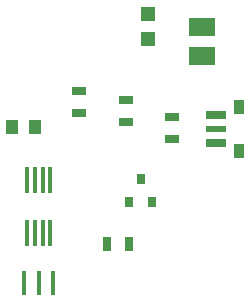
<source format=gtp>
G04 #@! TF.FileFunction,Paste,Top*
%FSLAX46Y46*%
G04 Gerber Fmt 4.6, Leading zero omitted, Abs format (unit mm)*
G04 Created by KiCad (PCBNEW 4.0.7) date 08/05/18 15:32:24*
%MOMM*%
%LPD*%
G01*
G04 APERTURE LIST*
%ADD10C,0.100000*%
%ADD11R,1.300000X0.700000*%
%ADD12R,0.400000X2.100000*%
%ADD13R,1.000000X1.250000*%
%ADD14R,1.198880X1.198880*%
%ADD15R,0.800000X0.900000*%
%ADD16R,0.700000X1.300000*%
%ADD17R,1.800000X0.650000*%
%ADD18R,1.800000X0.500000*%
%ADD19R,1.800000X0.660000*%
%ADD20R,0.900000X1.300000*%
%ADD21R,0.300000X2.200000*%
%ADD22R,2.209800X1.549400*%
G04 APERTURE END LIST*
D10*
D11*
X163449000Y-115250000D03*
X163449000Y-113350000D03*
D12*
X154883000Y-128905000D03*
X156083000Y-128905000D03*
X157283000Y-128905000D03*
D13*
X155813000Y-115697000D03*
X153813000Y-115697000D03*
D14*
X165354000Y-108173520D03*
X165354000Y-106075480D03*
D15*
X163769000Y-122031000D03*
X165669000Y-122031000D03*
X164719000Y-120031000D03*
D16*
X161864000Y-125603000D03*
X163764000Y-125603000D03*
D11*
X167386000Y-116710500D03*
X167386000Y-114810500D03*
X159512000Y-114488000D03*
X159512000Y-112588000D03*
D17*
X171058000Y-116999000D03*
D18*
X171058000Y-115824000D03*
D19*
X171058000Y-114649000D03*
D20*
X173008000Y-117674000D03*
X173008000Y-113974000D03*
D21*
X155108000Y-120114500D03*
X155108000Y-124614500D03*
X155758000Y-120114500D03*
X155758000Y-124614500D03*
X156408000Y-120114500D03*
X156408000Y-124614500D03*
X157058000Y-120114500D03*
X157058000Y-124614500D03*
D22*
X169926000Y-107226100D03*
X169926000Y-109689900D03*
M02*

</source>
